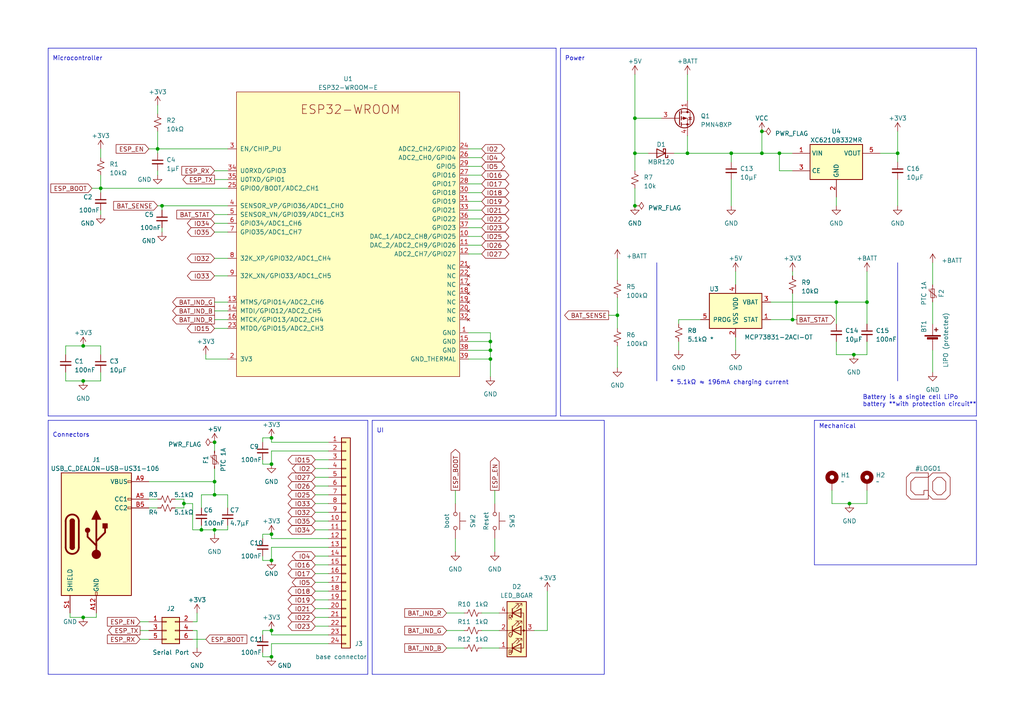
<source format=kicad_sch>
(kicad_sch (version 20220331) (generator eeschema)
  (paper "A4")
  (title_block (title "Game Over sensor") (rev "0.2") (company "Flávio Amieiro"))
  (lib_symbols
    (symbol "Battery_Management:MCP73831-2-OT" (pin_names (offset 1.016))
      (property "Reference" "U" (at -7.62 6.35 0))
      (property "Value" "MCP73831-2-OT" (at 1.27 6.35 0))
      (symbol "MCP73831-2-OT_1_1"
        (pin output line (at 10.16 -2.54 180) (length 2.54) (name "STAT") (number "1"))
        (pin power_in line (at 0 -7.62 90) (length 2.54) (name "VSS") (number "2"))
        (pin power_out line (at 10.16 2.54 180) (length 2.54) (name "VBAT") (number "3"))
        (pin power_in line (at 0 7.62 270) (length 2.54) (name "VDD") (number "4"))
        (pin input line (at -10.16 -2.54 0) (length 2.54) (name "PROG") (number "5"))
      )
    )
    (symbol "Connector_Generic:Conn_01x24" (pin_names (offset 1.016) hide)
      (property "Reference" "J" (at 0 30.48 0))
      (property "Value" "Conn_01x24" (at 0 -33.02 0))
      (symbol "Conn_01x24_1_1"
        (pin passive line (at -5.08 27.94 0) (length 3.81) (name "Pin_1") (number "1"))
        (pin passive line (at -5.08 5.08 0) (length 3.81) (name "Pin_10") (number "10"))
        (pin passive line (at -5.08 2.54 0) (length 3.81) (name "Pin_11") (number "11"))
        (pin passive line (at -5.08 0 0) (length 3.81) (name "Pin_12") (number "12"))
        (pin passive line (at -5.08 -2.54 0) (length 3.81) (name "Pin_13") (number "13"))
        (pin passive line (at -5.08 -5.08 0) (length 3.81) (name "Pin_14") (number "14"))
        (pin passive line (at -5.08 -7.62 0) (length 3.81) (name "Pin_15") (number "15"))
        (pin passive line (at -5.08 -10.16 0) (length 3.81) (name "Pin_16") (number "16"))
        (pin passive line (at -5.08 -12.7 0) (length 3.81) (name "Pin_17") (number "17"))
        (pin passive line (at -5.08 -15.24 0) (length 3.81) (name "Pin_18") (number "18"))
        (pin passive line (at -5.08 -17.78 0) (length 3.81) (name "Pin_19") (number "19"))
        (pin passive line (at -5.08 25.4 0) (length 3.81) (name "Pin_2") (number "2"))
        (pin passive line (at -5.08 -20.32 0) (length 3.81) (name "Pin_20") (number "20"))
        (pin passive line (at -5.08 -22.86 0) (length 3.81) (name "Pin_21") (number "21"))
        (pin passive line (at -5.08 -25.4 0) (length 3.81) (name "Pin_22") (number "22"))
        (pin passive line (at -5.08 -27.94 0) (length 3.81) (name "Pin_23") (number "23"))
        (pin passive line (at -5.08 -30.48 0) (length 3.81) (name "Pin_24") (number "24"))
        (pin passive line (at -5.08 22.86 0) (length 3.81) (name "Pin_3") (number "3"))
        (pin passive line (at -5.08 20.32 0) (length 3.81) (name "Pin_4") (number "4"))
        (pin passive line (at -5.08 17.78 0) (length 3.81) (name "Pin_5") (number "5"))
        (pin passive line (at -5.08 15.24 0) (length 3.81) (name "Pin_6") (number "6"))
        (pin passive line (at -5.08 12.7 0) (length 3.81) (name "Pin_7") (number "7"))
        (pin passive line (at -5.08 10.16 0) (length 3.81) (name "Pin_8") (number "8"))
        (pin passive line (at -5.08 7.62 0) (length 3.81) (name "Pin_9") (number "9"))
      )
    )
    (symbol "Connector_Generic:Conn_02x03_Odd_Even" (pin_names (offset 1.016) hide)
      (property "Reference" "J" (at 1.27 5.08 0))
      (property "Value" "Conn_02x03_Odd_Even" (at 1.27 -5.08 0))
      (symbol "Conn_02x03_Odd_Even_1_1"
        (pin passive line (at -5.08 2.54 0) (length 3.81) (name "Pin_1") (number "1"))
        (pin passive line (at 7.62 2.54 180) (length 3.81) (name "Pin_2") (number "2"))
        (pin passive line (at -5.08 0 0) (length 3.81) (name "Pin_3") (number "3"))
        (pin passive line (at 7.62 0 180) (length 3.81) (name "Pin_4") (number "4"))
        (pin passive line (at -5.08 -2.54 0) (length 3.81) (name "Pin_5") (number "5"))
        (pin passive line (at 7.62 -2.54 180) (length 3.81) (name "Pin_6") (number "6"))
      )
    )
    (symbol "Device:Battery_Cell" (pin_numbers hide) (pin_names (offset 0) hide)
      (property "Reference" "BT" (at 2.54 2.54 0))
      (property "Value" "Battery_Cell" (at 2.54 0 0))
      (symbol "Battery_Cell_1_1"
        (pin passive line (at 0 5.08 270) (length 2.54) (name "+") (number "1"))
        (pin passive line (at 0 -2.54 90) (length 2.54) (name "-") (number "2"))
      )
    )
    (symbol "Device:C_Small" (pin_numbers hide) (pin_names (offset 0.254) hide)
      (property "Reference" "C" (at 0.254 1.778 0))
      (property "Value" "C_Small" (at 0.254 -2.032 0))
      (symbol "C_Small_1_1"
        (pin passive line (at 0 2.54 270) (length 2.032) (name "~") (number "1"))
        (pin passive line (at 0 -2.54 90) (length 2.032) (name "~") (number "2"))
      )
    )
    (symbol "Device:D_Schottky" (pin_numbers hide) (pin_names (offset 1.016) hide)
      (property "Reference" "D" (at 0 2.54 0))
      (property "Value" "D_Schottky" (at 0 -2.54 0))
      (symbol "D_Schottky_1_1"
        (pin passive line (at -3.81 0 0) (length 2.54) (name "K") (number "1"))
        (pin passive line (at 3.81 0 180) (length 2.54) (name "A") (number "2"))
      )
    )
    (symbol "Device:LED_BGAR" (pin_names (offset 0) hide)
      (property "Reference" "D" (at 0 9.398 0))
      (property "Value" "LED_BGAR" (at 0 -8.89 0))
      (symbol "LED_BGAR_0_0"
        (text "B" (at -1.905 -6.35 0) (effects (font (size 1.27 1.27))))
        (text "G" (at -1.905 -1.27 0) (effects (font (size 1.27 1.27))))
        (text "R" (at -1.905 3.81 0) (effects (font (size 1.27 1.27))))
      )
      (symbol "LED_BGAR_1_1"
        (pin passive line (at -5.08 -5.08 0) (length 2.54) (name "BK") (number "1"))
        (pin passive line (at -5.08 0 0) (length 2.54) (name "GK") (number "2"))
        (pin passive line (at 5.08 0 180) (length 2.54) (name "A") (number "3"))
        (pin passive line (at -5.08 5.08 0) (length 2.54) (name "RK") (number "4"))
      )
    )
    (symbol "Device:Polyfuse_Small" (pin_numbers hide) (pin_names (offset 0))
      (property "Reference" "F" (at -1.905 0 90))
      (property "Value" "Polyfuse_Small" (at 1.905 0 90))
      (symbol "Polyfuse_Small_1_1"
        (pin passive line (at 0 2.54 270) (length 0.635) (name "~") (number "1"))
        (pin passive line (at 0 -2.54 90) (length 0.635) (name "~") (number "2"))
      )
    )
    (symbol "Device:R_Small_US" (pin_numbers hide) (pin_names (offset 0.254) hide)
      (property "Reference" "R" (at 0.762 0.508 0))
      (property "Value" "R_Small_US" (at 0.762 -1.016 0))
      (symbol "R_Small_US_1_1"
        (pin passive line (at 0 2.54 270) (length 1.016) (name "~") (number "1"))
        (pin passive line (at 0 -2.54 90) (length 1.016) (name "~") (number "2"))
      )
    )
    (symbol "Espressif:ESP32-WROOM-E" (pin_names (offset 1.016))
      (property "Reference" "U" (at 0 43.18 0))
      (property "Value" "ESP32-WROOM-E" (at 0 -41.91 0))
      (symbol "ESP32-WROOM-E_1_1"
        (text "ESP32-­WROOM­" (at 1.27 36.83 0) (effects (font (size 2.54 2.54))))
        (pin power_in line (at 35.56 -27.94 180) (length 2.54) (name "GND") (number "1"))
        (pin bidirectional line (at 35.56 0 180) (length 2.54) (name "DAC_1/ADC2_CH8/GPIO25") (number "10"))
        (pin bidirectional line (at 35.56 -2.54 180) (length 2.54) (name "DAC_2/ADC2_CH9/GPIO26") (number "11"))
        (pin bidirectional line (at 35.56 -5.08 180) (length 2.54) (name "ADC2_CH7/GPIO27") (number "12"))
        (pin bidirectional line (at -34.29 -19.05 0) (length 2.54) (name "MTMS/GPIO14/ADC2_CH6") (number "13"))
        (pin bidirectional line (at -34.29 -21.59 0) (length 2.54) (name "MTDI/GPIO12/ADC2_CH5") (number "14"))
        (pin power_in line (at 35.56 -30.48 180) (length 2.54) (name "GND") (number "15"))
        (pin bidirectional line (at -34.29 -24.13 0) (length 2.54) (name "MTCK/GPIO13/ADC2_CH4") (number "16"))
        (pin no_connect line (at 35.56 -13.97 180) (length 2.54) (name "NC") (number "17"))
        (pin no_connect line (at 35.56 -16.51 180) (length 2.54) (name "NC") (number "18"))
        (pin no_connect line (at 35.56 -19.05 180) (length 2.54) (name "NC") (number "19"))
        (pin power_in line (at -34.29 -35.56 0) (length 2.54) (name "3V3") (number "2"))
        (pin no_connect line (at 35.56 -21.59 180) (length 2.54) (name "NC") (number "20"))
        (pin no_connect line (at 35.56 -8.89 180) (length 2.54) (name "NC") (number "21"))
        (pin no_connect line (at 35.56 -11.43 180) (length 2.54) (name "NC") (number "22"))
        (pin bidirectional line (at -34.29 -26.67 0) (length 2.54) (name "MTDO/GPIO15/ADC2_CH3") (number "23"))
        (pin bidirectional line (at 35.56 25.4 180) (length 2.54) (name "ADC2_CH2/GPIO2") (number "24"))
        (pin bidirectional line (at -34.29 13.97 0) (length 2.54) (name "GPIO0/BOOT/ADC2_CH1") (number "25"))
        (pin bidirectional line (at 35.56 22.86 180) (length 2.54) (name "ADC2_CH0/GPIO4") (number "26"))
        (pin bidirectional line (at 35.56 17.78 180) (length 2.54) (name "GPIO16") (number "27"))
        (pin bidirectional line (at 35.56 15.24 180) (length 2.54) (name "GPIO17") (number "28"))
        (pin bidirectional line (at 35.56 20.32 180) (length 2.54) (name "GPIO5") (number "29"))
        (pin input line (at -34.29 25.4 0) (length 2.54) (name "EN/CHIP_PU") (number "3"))
        (pin bidirectional line (at 35.56 12.7 180) (length 2.54) (name "GPIO18") (number "30"))
        (pin bidirectional line (at 35.56 10.16 180) (length 2.54) (name "GPIO19") (number "31"))
        (pin no_connect line (at 35.56 -24.13 180) (length 2.54) (name "NC") (number "32"))
        (pin bidirectional line (at 35.56 7.62 180) (length 2.54) (name "GPIO21") (number "33"))
        (pin bidirectional line (at -34.29 19.05 0) (length 2.54) (name "U0RXD/GPIO3") (number "34"))
        (pin bidirectional line (at -34.29 16.51 0) (length 2.54) (name "U0TXD/GPIO1") (number "35"))
        (pin bidirectional line (at 35.56 5.08 180) (length 2.54) (name "GPIO22") (number "36"))
        (pin bidirectional line (at 35.56 2.54 180) (length 2.54) (name "GPIO23") (number "37"))
        (pin power_in line (at 35.56 -33.02 180) (length 2.54) (name "GND") (number "38"))
        (pin power_in line (at 35.56 -35.56 180) (length 2.54) (name "GND_THERMAL") (number "39"))
        (pin input line (at -34.29 8.89 0) (length 2.54) (name "SENSOR_VP/GPIO36/ADC1_CH0") (number "4"))
        (pin input line (at -34.29 6.35 0) (length 2.54) (name "SENSOR_VN/GPIO39/ADC1_CH3") (number "5"))
        (pin input line (at -34.29 3.81 0) (length 2.54) (name "GPIO34/ADC1_CH6") (number "6"))
        (pin input line (at -34.29 1.27 0) (length 2.54) (name "GPIO35/ADC1_CH7") (number "7"))
        (pin bidirectional line (at -34.29 -6.35 0) (length 2.54) (name "32K_XP/GPIO32/ADC1_CH4") (number "8"))
        (pin bidirectional line (at -34.29 -11.43 0) (length 2.54) (name "32K_XN/GPIO33/ADC1_CH5") (number "9"))
      )
    )
    (symbol "GameOver:GameOver_logo" (in_bom no)
      (property "Reference" "#LOGO?" (at 0 5.08 0))
    )
    (symbol "GameOver:USB_C_DEALON-USB-US31-106" (pin_names (offset 1.016))
      (property "Reference" "J" (at -1.27 21.59 0))
      (property "Value" "USB_C_DEALON-USB-US31-106" (at 15.24 19.05 0))
      (symbol "USB_C_DEALON-USB-US31-106_1_1"
        (pin passive line (at 0 -22.86 90) (length 5.08) (name "GND") (number "A12"))
        (pin bidirectional line (at 15.24 10.16 180) (length 5.08) (name "CC1") (number "A5"))
        (pin passive line (at 15.24 15.24 180) (length 5.08) (name "VBUS") (number "A9"))
        (pin passive line (at 0 -22.86 90) (length 5.08) hide (name "GND") (number "B12"))
        (pin bidirectional line (at 15.24 7.62 180) (length 5.08) (name "CC2") (number "B5"))
        (pin passive line (at 15.24 15.24 180) (length 5.08) hide (name "VBUS") (number "B9"))
        (pin passive line (at -7.62 -22.86 90) (length 5.08) (name "SHIELD") (number "S1"))
      )
    )
    (symbol "Mechanical:MountingHole_Pad" (pin_numbers hide) (pin_names (offset 1.016) hide)
      (property "Reference" "H" (at 0 6.35 0))
      (property "Value" "MountingHole_Pad" (at 0 4.445 0))
      (symbol "MountingHole_Pad_1_1"
        (pin input line (at 0 -2.54 90) (length 2.54) (name "1") (number "1"))
      )
    )
    (symbol "Regulator_Linear:XC6210B332MR"
      (property "Reference" "U" (at 0 8.89 0))
      (property "Value" "XC6210B332MR" (at 0 6.35 0))
      (symbol "XC6210B332MR_1_1"
        (pin power_in line (at -12.7 2.54 0) (length 5.08) (name "VIN") (number "1"))
        (pin power_in line (at 0 -10.16 90) (length 5.08) (name "GND") (number "2"))
        (pin input line (at -12.7 -2.54 0) (length 5.08) (name "CE") (number "3"))
        (pin no_connect line (at 12.7 -2.54 180) (length 5.08) hide (name "NC") (number "4"))
        (pin power_out line (at 12.7 2.54 180) (length 5.08) (name "VOUT") (number "5"))
      )
    )
    (symbol "Switch:SW_Push" (pin_numbers hide) (pin_names (offset 1.016) hide)
      (property "Reference" "SW" (at 1.27 2.54 0))
      (property "Value" "SW_Push" (at 0 -1.524 0))
      (symbol "SW_Push_0_1"
        (pin passive line (at -5.08 0 0) (length 2.54) (name "1") (number "1"))
        (pin passive line (at 5.08 0 180) (length 2.54) (name "2") (number "2"))
      )
    )
    (symbol "Transistor_FET:PMN48XP" (pin_names hide)
      (property "Reference" "Q" (at 5.08 2.54 0))
      (property "Value" "PMN48XP" (at 5.08 0 0))
      (symbol "PMN48XP_1_1"
        (pin passive line (at 2.54 5.08 270) (length 2.54) (name "D") (number "1"))
        (pin passive line (at 2.54 5.08 270) (length 2.54) hide (name "D") (number "2"))
        (pin passive line (at -5.08 0 0) (length 2.54) (name "G") (number "3"))
        (pin passive line (at 2.54 -5.08 90) (length 2.54) (name "S") (number "4"))
        (pin passive line (at 2.54 5.08 270) (length 2.54) hide (name "D") (number "5"))
        (pin passive line (at 2.54 5.08 270) (length 2.54) hide (name "D") (number "6"))
      )
    )
    (symbol "power:+3.3V" (power) (pin_names (offset 0))
      (property "Value" "+3.3V" (at 0 3.556 0))
      (symbol "+3.3V_1_1"
        (pin power_in line (at 0 0 90) (length 0) hide (name "+3V3") (number "1"))
      )
    )
    (symbol "power:+5V" (power) (pin_names (offset 0))
      (property "Value" "+5V" (at 0 3.556 0))
      (symbol "+5V_1_1"
        (pin power_in line (at 0 0 90) (length 0) hide (name "+5V") (number "1"))
      )
    )
    (symbol "power:+BATT" (power) (pin_names (offset 0))
      (property "Value" "+BATT" (at 0 3.556 0))
      (symbol "+BATT_1_1"
        (pin power_in line (at 0 0 90) (length 0) hide (name "+BATT") (number "1"))
      )
    )
    (symbol "power:GND" (power) (pin_names (offset 0))
      (property "Value" "GND" (at 0 -3.81 0))
      (symbol "GND_1_1"
        (pin power_in line (at 0 0 270) (length 0) hide (name "GND") (number "1"))
      )
    )
    (symbol "power:PWR_FLAG" (power) (pin_numbers hide) (pin_names (offset 0) hide)
      (property "Value" "PWR_FLAG" (at 0 3.81 0))
      (symbol "PWR_FLAG_0_0"
        (pin power_out line (at 0 0 90) (length 0) (name "pwr") (number "1"))
      )
    )
    (symbol "power:VCC" (power) (pin_names (offset 0))
      (property "Value" "VCC" (at 0 3.81 0))
      (symbol "VCC_1_1"
        (pin power_in line (at 0 0 90) (length 0) hide (name "VCC") (number "1"))
      )
    )
  )
  (junction (at 142.24 99.06))
  (junction (at 62.23 153.67))
  (junction (at 184.15 59.69))
  (junction (at 24.13 100.33))
  (junction (at 78.74 134.62))
  (junction (at 24.13 179.07))
  (junction (at 78.74 127))
  (junction (at 220.98 38.1))
  (junction (at 184.15 34.29))
  (junction (at 199.39 44.45))
  (junction (at 24.13 110.49))
  (junction (at 142.24 101.6))
  (junction (at 53.34 146.05))
  (junction (at 260.35 44.45))
  (junction (at 229.87 92.71))
  (junction (at 212.09 44.45))
  (junction (at 62.23 128.27))
  (junction (at 246.38 146.05))
  (junction (at 142.24 104.14))
  (junction (at 184.15 44.45))
  (junction (at 62.23 143.51))
  (junction (at 45.72 43.18))
  (junction (at 242.57 87.63))
  (junction (at 78.74 190.5))
  (junction (at 78.74 162.56))
  (junction (at 247.65 102.87))
  (junction (at 78.74 154.94))
  (junction (at 78.74 182.88))
  (junction (at 46.99 59.69))
  (junction (at 251.46 87.63))
  (junction (at 220.98 44.45))
  (junction (at 58.42 153.67))
  (junction (at 226.06 44.45))
  (junction (at 179.07 91.44))
  (junction (at 62.23 139.7))
  (junction (at 29.21 54.61))
  (wire (pts (xy 26.67 54.61) (xy 29.21 54.61)))
  (wire (pts (xy 50.8 144.78) (xy 53.34 144.78)))
  (polyline (pts (xy 283.21 120.65) (xy 162.56 120.65)))
  (wire (pts (xy 76.2 154.94) (xy 78.74 154.94)))
  (wire (pts (xy 62.23 153.67) (xy 62.23 154.94)))
  (wire (pts (xy 212.09 44.45) (xy 212.09 46.99)))
  (wire (pts (xy 260.35 38.1) (xy 260.35 44.45)))
  (wire (pts (xy 45.72 43.18) (xy 45.72 44.45)))
  (wire (pts (xy 135.89 45.72) (xy 139.7 45.72)))
  (wire (pts (xy 40.64 180.34) (xy 43.18 180.34)))
  (wire (pts (xy 62.23 74.93) (xy 66.04 74.93)))
  (wire (pts (xy 226.06 49.53) (xy 229.87 49.53)))
  (wire (pts (xy 95.25 184.15) (xy 78.74 184.15)))
  (wire (pts (xy 78.74 158.75) (xy 95.25 158.75)))
  (wire (pts (xy 154.94 182.88) (xy 158.75 182.88)))
  (wire (pts (xy 135.89 55.88) (xy 139.7 55.88)))
  (wire (pts (xy 179.07 74.93) (xy 179.07 81.28)))
  (wire (pts (xy 91.44 181.61) (xy 95.25 181.61)))
  (wire (pts (xy 242.57 99.06) (xy 242.57 102.87)))
  (polyline (pts (xy 107.95 121.92) (xy 175.26 121.92)))
  (wire (pts (xy 129.54 182.88) (xy 134.62 182.88)))
  (wire (pts (xy 62.23 139.7) (xy 62.23 143.51)))
  (wire (pts (xy 62.23 143.51) (xy 66.04 143.51)))
  (wire (pts (xy 66.04 143.51) (xy 66.04 147.32)))
  (wire (pts (xy 58.42 152.4) (xy 58.42 153.67)))
  (polyline (pts (xy 13.97 13.97) (xy 13.97 120.65)))
  (wire (pts (xy 78.74 130.81) (xy 78.74 134.62)))
  (polyline (pts (xy 162.56 13.97) (xy 283.21 13.97)))
  (wire (pts (xy 62.23 80.01) (xy 66.04 80.01)))
  (wire (pts (xy 220.98 44.45) (xy 220.98 38.1)))
  (wire (pts (xy 76.2 134.62) (xy 78.74 134.62)))
  (wire (pts (xy 43.18 139.7) (xy 62.23 139.7)))
  (wire (pts (xy 135.89 73.66) (xy 139.7 73.66)))
  (wire (pts (xy 135.89 50.8) (xy 139.7 50.8)))
  (wire (pts (xy 78.74 127) (xy 78.74 128.27)))
  (wire (pts (xy 50.8 147.32) (xy 53.34 147.32)))
  (wire (pts (xy 62.23 153.67) (xy 66.04 153.67)))
  (wire (pts (xy 62.23 95.25) (xy 66.04 95.25)))
  (wire (pts (xy 179.07 91.44) (xy 179.07 95.25)))
  (wire (pts (xy 29.21 43.18) (xy 29.21 45.72)))
  (wire (pts (xy 184.15 34.29) (xy 184.15 44.45)))
  (wire (pts (xy 46.99 59.69) (xy 46.99 60.96)))
  (wire (pts (xy 53.34 144.78) (xy 53.34 146.05)))
  (polyline (pts (xy 13.97 121.92) (xy 106.68 121.92)))
  (wire (pts (xy 135.89 71.12) (xy 139.7 71.12)))
  (wire (pts (xy 251.46 146.05) (xy 251.46 142.24)))
  (wire (pts (xy 76.2 190.5) (xy 78.74 190.5)))
  (wire (pts (xy 91.44 138.43) (xy 95.25 138.43)))
  (wire (pts (xy 78.74 154.94) (xy 78.74 156.21)))
  (wire (pts (xy 91.44 176.53) (xy 95.25 176.53)))
  (wire (pts (xy 226.06 44.45) (xy 226.06 49.53)))
  (wire (pts (xy 135.89 60.96) (xy 139.7 60.96)))
  (wire (pts (xy 91.44 151.13) (xy 95.25 151.13)))
  (wire (pts (xy 62.23 135.89) (xy 62.23 139.7)))
  (wire (pts (xy 135.89 66.04) (xy 139.7 66.04)))
  (polyline (pts (xy 13.97 13.97) (xy 161.29 13.97)))
  (wire (pts (xy 132.08 156.21) (xy 132.08 160.02)))
  (polyline (pts (xy 260.35 76.2) (xy 260.35 110.49)))
  (wire (pts (xy 135.89 96.52) (xy 142.24 96.52)))
  (wire (pts (xy 76.2 182.88) (xy 76.2 184.15)))
  (wire (pts (xy 62.23 90.17) (xy 66.04 90.17)))
  (polyline (pts (xy 161.29 120.65) (xy 13.97 120.65)))
  (wire (pts (xy 45.72 38.1) (xy 45.72 43.18)))
  (polyline (pts (xy 161.29 13.97) (xy 161.29 120.65)))
  (wire (pts (xy 135.89 101.6) (xy 142.24 101.6)))
  (wire (pts (xy 242.57 57.15) (xy 242.57 59.69)))
  (wire (pts (xy 226.06 44.45) (xy 229.87 44.45)))
  (wire (pts (xy 91.44 153.67) (xy 95.25 153.67)))
  (wire (pts (xy 59.69 104.14) (xy 66.04 104.14)))
  (wire (pts (xy 91.44 135.89) (xy 95.25 135.89)))
  (polyline (pts (xy 190.5 76.2) (xy 190.5 110.49)))
  (wire (pts (xy 143.51 156.21) (xy 143.51 160.02)))
  (wire (pts (xy 91.44 179.07) (xy 95.25 179.07)))
  (wire (pts (xy 135.89 63.5) (xy 139.7 63.5)))
  (wire (pts (xy 62.23 52.07) (xy 66.04 52.07)))
  (wire (pts (xy 270.51 101.6) (xy 270.51 107.95)))
  (wire (pts (xy 91.44 166.37) (xy 95.25 166.37)))
  (wire (pts (xy 53.34 146.05) (xy 53.34 147.32)))
  (wire (pts (xy 184.15 21.59) (xy 184.15 34.29)))
  (wire (pts (xy 76.2 154.94) (xy 76.2 156.21)))
  (wire (pts (xy 213.36 78.74) (xy 213.36 82.55)))
  (wire (pts (xy 29.21 107.95) (xy 29.21 110.49)))
  (wire (pts (xy 132.08 142.24) (xy 132.08 146.05)))
  (wire (pts (xy 46.99 66.04) (xy 46.99 67.31)))
  (wire (pts (xy 135.89 104.14) (xy 142.24 104.14)))
  (wire (pts (xy 142.24 104.14) (xy 142.24 109.22)))
  (wire (pts (xy 223.52 87.63) (xy 242.57 87.63)))
  (polyline (pts (xy 283.21 13.97) (xy 283.21 120.65)))
  (wire (pts (xy 78.74 186.69) (xy 95.25 186.69)))
  (wire (pts (xy 78.74 158.75) (xy 78.74 162.56)))
  (wire (pts (xy 229.87 92.71) (xy 231.14 92.71)))
  (wire (pts (xy 19.05 100.33) (xy 24.13 100.33)))
  (wire (pts (xy 62.23 64.77) (xy 66.04 64.77)))
  (wire (pts (xy 55.88 182.88) (xy 57.15 182.88)))
  (wire (pts (xy 62.23 67.31) (xy 66.04 67.31)))
  (wire (pts (xy 57.15 182.88) (xy 57.15 187.96)))
  (wire (pts (xy 135.89 53.34) (xy 139.7 53.34)))
  (wire (pts (xy 242.57 87.63) (xy 242.57 93.98)))
  (wire (pts (xy 19.05 110.49) (xy 24.13 110.49)))
  (wire (pts (xy 158.75 182.88) (xy 158.75 171.45)))
  (wire (pts (xy 91.44 163.83) (xy 95.25 163.83)))
  (wire (pts (xy 58.42 143.51) (xy 58.42 147.32)))
  (wire (pts (xy 55.88 185.42) (xy 59.69 185.42)))
  (wire (pts (xy 27.94 179.07) (xy 27.94 177.8)))
  (polyline (pts (xy 236.22 121.92) (xy 283.21 121.92)))
  (wire (pts (xy 199.39 39.37) (xy 199.39 44.45)))
  (wire (pts (xy 20.32 179.07) (xy 24.13 179.07)))
  (wire (pts (xy 199.39 44.45) (xy 212.09 44.45)))
  (wire (pts (xy 129.54 177.8) (xy 134.62 177.8)))
  (wire (pts (xy 135.89 43.18) (xy 139.7 43.18)))
  (wire (pts (xy 91.44 146.05) (xy 95.25 146.05)))
  (wire (pts (xy 139.7 182.88) (xy 144.78 182.88)))
  (wire (pts (xy 46.99 59.69) (xy 66.04 59.69)))
  (wire (pts (xy 196.85 99.06) (xy 196.85 101.6)))
  (polyline (pts (xy 106.68 195.58) (xy 13.97 195.58)))
  (wire (pts (xy 91.44 148.59) (xy 95.25 148.59)))
  (polyline (pts (xy 162.56 13.97) (xy 162.56 120.65)))
  (wire (pts (xy 29.21 50.8) (xy 29.21 54.61)))
  (wire (pts (xy 91.44 171.45) (xy 95.25 171.45)))
  (wire (pts (xy 229.87 85.09) (xy 229.87 92.71)))
  (wire (pts (xy 241.3 146.05) (xy 246.38 146.05)))
  (wire (pts (xy 76.2 162.56) (xy 78.74 162.56)))
  (polyline (pts (xy 283.21 163.83) (xy 236.22 163.83)))
  (wire (pts (xy 78.74 128.27) (xy 95.25 128.27)))
  (wire (pts (xy 78.74 182.88) (xy 78.74 184.15)))
  (wire (pts (xy 260.35 52.07) (xy 260.35 59.69)))
  (polyline (pts (xy 13.97 121.92) (xy 13.97 195.58)))
  (wire (pts (xy 195.58 44.45) (xy 199.39 44.45)))
  (wire (pts (xy 43.18 147.32) (xy 45.72 147.32)))
  (wire (pts (xy 176.53 91.44) (xy 179.07 91.44)))
  (wire (pts (xy 139.7 187.96) (xy 144.78 187.96)))
  (wire (pts (xy 58.42 153.67) (xy 62.23 153.67)))
  (wire (pts (xy 62.23 92.71) (xy 66.04 92.71)))
  (wire (pts (xy 62.23 49.53) (xy 66.04 49.53)))
  (wire (pts (xy 142.24 96.52) (xy 142.24 99.06)))
  (wire (pts (xy 76.2 189.23) (xy 76.2 190.5)))
  (wire (pts (xy 45.72 30.48) (xy 45.72 33.02)))
  (wire (pts (xy 184.15 54.61) (xy 184.15 59.69)))
  (wire (pts (xy 78.74 156.21) (xy 95.25 156.21)))
  (wire (pts (xy 129.54 187.96) (xy 134.62 187.96)))
  (wire (pts (xy 247.65 102.87) (xy 251.46 102.87)))
  (wire (pts (xy 184.15 34.29) (xy 191.77 34.29)))
  (wire (pts (xy 143.51 142.24) (xy 143.51 146.05)))
  (wire (pts (xy 179.07 100.33) (xy 179.07 106.68)))
  (wire (pts (xy 29.21 60.96) (xy 29.21 62.23)))
  (wire (pts (xy 251.46 87.63) (xy 251.46 93.98)))
  (wire (pts (xy 24.13 100.33) (xy 29.21 100.33)))
  (wire (pts (xy 43.18 144.78) (xy 45.72 144.78)))
  (wire (pts (xy 229.87 78.74) (xy 229.87 80.01)))
  (wire (pts (xy 91.44 143.51) (xy 95.25 143.51)))
  (wire (pts (xy 135.89 68.58) (xy 139.7 68.58)))
  (wire (pts (xy 251.46 78.74) (xy 251.46 87.63)))
  (wire (pts (xy 29.21 54.61) (xy 66.04 54.61)))
  (wire (pts (xy 212.09 52.07) (xy 212.09 59.69)))
  (wire (pts (xy 62.23 128.27) (xy 62.23 130.81)))
  (wire (pts (xy 135.89 99.06) (xy 142.24 99.06)))
  (wire (pts (xy 59.69 102.87) (xy 59.69 104.14)))
  (wire (pts (xy 91.44 168.91) (xy 95.25 168.91)))
  (wire (pts (xy 53.34 146.05) (xy 55.88 146.05)))
  (wire (pts (xy 19.05 107.95) (xy 19.05 110.49)))
  (wire (pts (xy 135.89 48.26) (xy 139.7 48.26)))
  (wire (pts (xy 246.38 146.05) (xy 251.46 146.05)))
  (wire (pts (xy 241.3 142.24) (xy 241.3 146.05)))
  (polyline (pts (xy 236.22 121.92) (xy 236.22 163.83)))
  (wire (pts (xy 29.21 54.61) (xy 29.21 55.88)))
  (wire (pts (xy 62.23 143.51) (xy 58.42 143.51)))
  (wire (pts (xy 223.52 92.71) (xy 229.87 92.71)))
  (wire (pts (xy 40.64 185.42) (xy 43.18 185.42)))
  (wire (pts (xy 45.72 59.69) (xy 46.99 59.69)))
  (wire (pts (xy 91.44 133.35) (xy 95.25 133.35)))
  (wire (pts (xy 213.36 97.79) (xy 213.36 101.6)))
  (polyline (pts (xy 106.68 121.92) (xy 106.68 195.58)))
  (wire (pts (xy 20.32 177.8) (xy 20.32 179.07)))
  (wire (pts (xy 260.35 44.45) (xy 260.35 46.99)))
  (wire (pts (xy 29.21 100.33) (xy 29.21 102.87)))
  (wire (pts (xy 24.13 179.07) (xy 27.94 179.07)))
  (wire (pts (xy 76.2 161.29) (xy 76.2 162.56)))
  (wire (pts (xy 242.57 87.63) (xy 251.46 87.63)))
  (wire (pts (xy 212.09 44.45) (xy 220.98 44.45)))
  (wire (pts (xy 19.05 102.87) (xy 19.05 100.33)))
  (wire (pts (xy 66.04 153.67) (xy 66.04 152.4)))
  (wire (pts (xy 139.7 177.8) (xy 144.78 177.8)))
  (wire (pts (xy 40.64 182.88) (xy 43.18 182.88)))
  (wire (pts (xy 91.44 173.99) (xy 95.25 173.99)))
  (wire (pts (xy 62.23 62.23) (xy 66.04 62.23)))
  (polyline (pts (xy 107.95 121.92) (xy 107.95 195.58)))
  (wire (pts (xy 76.2 133.35) (xy 76.2 134.62)))
  (wire (pts (xy 76.2 127) (xy 78.74 127)))
  (wire (pts (xy 142.24 99.06) (xy 142.24 101.6)))
  (wire (pts (xy 45.72 43.18) (xy 66.04 43.18)))
  (wire (pts (xy 251.46 102.87) (xy 251.46 99.06)))
  (wire (pts (xy 179.07 86.36) (xy 179.07 91.44)))
  (wire (pts (xy 184.15 44.45) (xy 187.96 44.45)))
  (wire (pts (xy 142.24 101.6) (xy 142.24 104.14)))
  (wire (pts (xy 220.98 44.45) (xy 226.06 44.45)))
  (wire (pts (xy 78.74 186.69) (xy 78.74 190.5)))
  (polyline (pts (xy 175.26 121.92) (xy 175.26 195.58)))
  (wire (pts (xy 91.44 140.97) (xy 95.25 140.97)))
  (wire (pts (xy 270.51 76.2) (xy 270.51 82.55)))
  (wire (pts (xy 270.51 87.63) (xy 270.51 93.98)))
  (wire (pts (xy 78.74 130.81) (xy 95.25 130.81)))
  (wire (pts (xy 196.85 92.71) (xy 203.2 92.71)))
  (polyline (pts (xy 107.95 195.58) (xy 175.26 195.58)))
  (wire (pts (xy 29.21 110.49) (xy 24.13 110.49)))
  (wire (pts (xy 242.57 102.87) (xy 247.65 102.87)))
  (wire (pts (xy 196.85 93.98) (xy 196.85 92.71)))
  (wire (pts (xy 43.18 43.18) (xy 45.72 43.18)))
  (wire (pts (xy 57.15 180.34) (xy 55.88 180.34)))
  (wire (pts (xy 76.2 127) (xy 76.2 128.27)))
  (wire (pts (xy 57.15 177.8) (xy 57.15 180.34)))
  (wire (pts (xy 76.2 182.88) (xy 78.74 182.88)))
  (wire (pts (xy 184.15 44.45) (xy 184.15 49.53)))
  (wire (pts (xy 135.89 58.42) (xy 139.7 58.42)))
  (wire (pts (xy 62.23 87.63) (xy 66.04 87.63)))
  (wire (pts (xy 55.88 153.67) (xy 58.42 153.67)))
  (wire (pts (xy 91.44 161.29) (xy 95.25 161.29)))
  (wire (pts (xy 45.72 49.53) (xy 45.72 50.8)))
  (polyline (pts (xy 283.21 121.92) (xy 283.21 163.83)))
  (wire (pts (xy 55.88 146.05) (xy 55.88 153.67)))
  (wire (pts (xy 255.27 44.45) (xy 260.35 44.45)))
  (wire (pts (xy 199.39 21.59) (xy 199.39 29.21)))
  (text "Microcontroller" (at 15.24 17.78 0) (effects (font (size 1.27 1.27)) (justify left bottom)))
  (text "Connectors" (at 15.24 127 0) (effects (font (size 1.27 1.27)) (justify left bottom)))
  (text "Battery is a single cell LiPo\nbattery **with protection circuit**" (at 250.19 118.11 0) (effects (font (size 1.27 1.27)) (justify left bottom)))
  (text "Power" (at 163.83 17.78 0) (effects (font (size 1.27 1.27)) (justify left bottom)))
  (text "* 5.1kΩ ≈ 196mA charging current" (at 194.31 111.76 0) (effects (font (size 1.27 1.27)) (justify left bottom)))
  (text "UI" (at 109.22 125.73 0) (effects (font (size 1.27 1.27)) (justify left bottom)))
  (text "Mechanical" (at 237.49 124.46 0) (effects (font (size 1.27 1.27)) (justify left bottom)))
  (global_label "IO5" (shape bidirectional) (at 91.44 168.91 180) (property "Intersheetrefs" "${INTERSHEET_REFS}" (effects hide)))
  (global_label "ESP_TX" (shape output) (at 62.23 52.07 180) (property "Intersheetrefs" "${INTERSHEET_REFS}" (effects hide)))
  (global_label "IO19" (shape bidirectional) (at 91.44 173.99 180) (property "Intersheetrefs" "${INTERSHEET_REFS}" (effects hide)))
  (global_label "IO32" (shape bidirectional) (at 91.44 148.59 180) (property "Intersheetrefs" "${INTERSHEET_REFS}" (effects hide)))
  (global_label "IO34" (shape bidirectional) (at 91.44 153.67 180) (property "Intersheetrefs" "${INTERSHEET_REFS}" (effects hide)))
  (global_label "IO32" (shape bidirectional) (at 62.23 74.93 180) (property "Intersheetrefs" "${INTERSHEET_REFS}" (effects hide)))
  (global_label "ESP_BOOT" (shape input) (at 26.67 54.61 180) (property "Intersheetrefs" "${INTERSHEET_REFS}" (effects hide)))
  (global_label "IO21" (shape bidirectional) (at 91.44 176.53 180) (property "Intersheetrefs" "${INTERSHEET_REFS}" (effects hide)))
  (global_label "IO21" (shape bidirectional) (at 139.7 60.96 0) (property "Intersheetrefs" "${INTERSHEET_REFS}" (effects hide)))
  (global_label "IO35" (shape bidirectional) (at 62.23 67.31 180) (property "Intersheetrefs" "${INTERSHEET_REFS}" (effects hide)))
  (global_label "BAT_STAT" (shape input) (at 62.23 62.23 180) (property "Intersheetrefs" "${INTERSHEET_REFS}" (effects hide)))
  (global_label "ESP_EN" (shape input) (at 43.18 43.18 180) (property "Intersheetrefs" "${INTERSHEET_REFS}" (effects hide)))
  (global_label "IO27" (shape bidirectional) (at 91.44 138.43 180) (property "Intersheetrefs" "${INTERSHEET_REFS}" (effects hide)))
  (global_label "BAT_SENSE" (shape input) (at 45.72 59.69 180) (property "Intersheetrefs" "${INTERSHEET_REFS}" (effects hide)))
  (global_label "IO22" (shape bidirectional) (at 139.7 63.5 0) (property "Intersheetrefs" "${INTERSHEET_REFS}" (effects hide)))
  (global_label "IO33" (shape bidirectional) (at 91.44 146.05 180) (property "Intersheetrefs" "${INTERSHEET_REFS}" (effects hide)))
  (global_label "ESP_TX" (shape output) (at 40.64 182.88 180) (property "Intersheetrefs" "${INTERSHEET_REFS}" (effects hide)))
  (global_label "IO18" (shape bidirectional) (at 91.44 171.45 180) (property "Intersheetrefs" "${INTERSHEET_REFS}" (effects hide)))
  (global_label "IO25" (shape bidirectional) (at 91.44 143.51 180) (property "Intersheetrefs" "${INTERSHEET_REFS}" (effects hide)))
  (global_label "IO2" (shape bidirectional) (at 139.7 43.18 0) (property "Intersheetrefs" "${INTERSHEET_REFS}" (effects hide)))
  (global_label "IO2" (shape bidirectional) (at 91.44 135.89 180) (property "Intersheetrefs" "${INTERSHEET_REFS}" (effects hide)))
  (global_label "IO16" (shape bidirectional) (at 139.7 50.8 0) (property "Intersheetrefs" "${INTERSHEET_REFS}" (effects hide)))
  (global_label "IO23" (shape bidirectional) (at 91.44 181.61 180) (property "Intersheetrefs" "${INTERSHEET_REFS}" (effects hide)))
  (global_label "BAT_SENSE" (shape output) (at 176.53 91.44 180) (property "Intersheetrefs" "${INTERSHEET_REFS}" (effects hide)))
  (global_label "IO26" (shape bidirectional) (at 139.7 71.12 0) (property "Intersheetrefs" "${INTERSHEET_REFS}" (effects hide)))
  (global_label "IO26" (shape bidirectional) (at 91.44 140.97 180) (property "Intersheetrefs" "${INTERSHEET_REFS}" (effects hide)))
  (global_label "IO27" (shape bidirectional) (at 139.7 73.66 0) (property "Intersheetrefs" "${INTERSHEET_REFS}" (effects hide)))
  (global_label "IO4" (shape bidirectional) (at 139.7 45.72 0) (property "Intersheetrefs" "${INTERSHEET_REFS}" (effects hide)))
  (global_label "ESP_EN" (shape input) (at 40.64 180.34 180) (property "Intersheetrefs" "${INTERSHEET_REFS}" (effects hide)))
  (global_label "ESP_BOOT" (shape output) (at 132.08 142.24 90) (property "Intersheetrefs" "${INTERSHEET_REFS}" (effects hide)))
  (global_label "BAT_IND_R" (shape input) (at 129.54 177.8 180) (property "Intersheetrefs" "${INTERSHEET_REFS}" (effects hide)))
  (global_label "IO15" (shape bidirectional) (at 91.44 133.35 180) (property "Intersheetrefs" "${INTERSHEET_REFS}" (effects hide)))
  (global_label "IO16" (shape bidirectional) (at 91.44 163.83 180) (property "Intersheetrefs" "${INTERSHEET_REFS}" (effects hide)))
  (global_label "IO5" (shape bidirectional) (at 139.7 48.26 0) (property "Intersheetrefs" "${INTERSHEET_REFS}" (effects hide)))
  (global_label "IO15" (shape bidirectional) (at 62.23 95.25 180) (property "Intersheetrefs" "${INTERSHEET_REFS}" (effects hide)))
  (global_label "BAT_IND_R" (shape output) (at 62.23 92.71 180) (property "Intersheetrefs" "${INTERSHEET_REFS}" (effects hide)))
  (global_label "IO4" (shape bidirectional) (at 91.44 161.29 180) (property "Intersheetrefs" "${INTERSHEET_REFS}" (effects hide)))
  (global_label "BAT_STAT" (shape output) (at 231.14 92.71 0) (property "Intersheetrefs" "${INTERSHEET_REFS}" (effects hide)))
  (global_label "BAT_IND_B" (shape input) (at 129.54 187.96 180) (property "Intersheetrefs" "${INTERSHEET_REFS}" (effects hide)))
  (global_label "IO18" (shape bidirectional) (at 139.7 55.88 0) (property "Intersheetrefs" "${INTERSHEET_REFS}" (effects hide)))
  (global_label "ESP_EN" (shape output) (at 143.51 142.24 90) (property "Intersheetrefs" "${INTERSHEET_REFS}" (effects hide)))
  (global_label "IO22" (shape bidirectional) (at 91.44 179.07 180) (property "Intersheetrefs" "${INTERSHEET_REFS}" (effects hide)))
  (global_label "ESP_RX" (shape input) (at 62.23 49.53 180) (property "Intersheetrefs" "${INTERSHEET_REFS}" (effects hide)))
  (global_label "ESP_RX" (shape input) (at 40.64 185.42 180) (property "Intersheetrefs" "${INTERSHEET_REFS}" (effects hide)))
  (global_label "BAT_IND_G" (shape input) (at 129.54 182.88 180) (property "Intersheetrefs" "${INTERSHEET_REFS}" (effects hide)))
  (global_label "IO23" (shape bidirectional) (at 139.7 66.04 0) (property "Intersheetrefs" "${INTERSHEET_REFS}" (effects hide)))
  (global_label "BAT_IND_G" (shape output) (at 62.23 87.63 180) (property "Intersheetrefs" "${INTERSHEET_REFS}" (effects hide)))
  (global_label "IO17" (shape bidirectional) (at 91.44 166.37 180) (property "Intersheetrefs" "${INTERSHEET_REFS}" (effects hide)))
  (global_label "IO34" (shape bidirectional) (at 62.23 64.77 180) (property "Intersheetrefs" "${INTERSHEET_REFS}" (effects hide)))
  (global_label "ESP_BOOT" (shape input) (at 59.69 185.42 0) (property "Intersheetrefs" "${INTERSHEET_REFS}" (effects hide)))
  (global_label "BAT_IND_B" (shape output) (at 62.23 90.17 180) (property "Intersheetrefs" "${INTERSHEET_REFS}" (effects hide)))
  (global_label "IO33" (shape bidirectional) (at 62.23 80.01 180) (property "Intersheetrefs" "${INTERSHEET_REFS}" (effects hide)))
  (global_label "IO35" (shape bidirectional) (at 91.44 151.13 180) (property "Intersheetrefs" "${INTERSHEET_REFS}" (effects hide)))
  (global_label "IO25" (shape bidirectional) (at 139.7 68.58 0) (property "Intersheetrefs" "${INTERSHEET_REFS}" (effects hide)))
  (global_label "IO19" (shape bidirectional) (at 139.7 58.42 0) (property "Intersheetrefs" "${INTERSHEET_REFS}" (effects hide)))
  (global_label "IO17" (shape bidirectional) (at 139.7 53.34 0) (property "Intersheetrefs" "${INTERSHEET_REFS}" (effects hide)))
  (symbol (lib_id "Device:C_Small") (at 76.2 158.75 0) (unit 1)
    (property "Reference" "C10" (at 72.39 157.48 0) (effects (justify left)))
    (property "Value" "100nF" (at 69.85 161.29 0) (effects (justify left)))
    (property "Footprint" "Capacitor_SMD:C_0805_2012Metric_Pad1.18x1.45mm_HandSolder" (effects hide))
  )
  (symbol (lib_id "power:GND") (at 270.51 107.95 0) (unit 1)
    (property "Reference" "#PWR050" (effects hide))
    (property "Value" "GND" (at 270.51 113.03 0))
  )
  (symbol (lib_id "Device:R_Small_US") (at 137.16 187.96 90) (unit 1)
    (property "Reference" "R12" (at 134.62 185.42 90))
    (property "Value" "1kΩ" (at 139.7 185.42 90))
    (property "Footprint" "Resistor_SMD:R_0805_2012Metric_Pad1.20x1.40mm_HandSolder" (effects hide))
  )
  (symbol (lib_id "Switch:SW_Push") (at 143.51 151.13 270) (unit 1)
    (property "Reference" "SW3" (at 148.59 151.13 0))
    (property "Value" "Reset" (at 140.97 151.13 0))
    (property "Footprint" "GameOver:SW_Tactile_SPST_SOFNG_TS-1814" (effects hide))
  )
  (symbol (lib_id "Device:R_Small_US") (at 196.85 96.52 0) (unit 1)
    (property "Reference" "R8" (at 199.39 95.885 0) (effects (justify left)))
    (property "Value" "5.1kΩ *" (at 199.39 98.425 0) (effects (justify left)))
    (property "Footprint" "Resistor_SMD:R_0805_2012Metric_Pad1.20x1.40mm_HandSolder" (effects hide))
  )
  (symbol (lib_id "power:+3.3V") (at 45.72 30.48 0) (unit 1)
    (property "Reference" "#PWR06" (effects hide))
    (property "Value" "+3.3V" (at 45.72 26.67 0))
  )
  (symbol (lib_id "Device:R_Small_US") (at 45.72 35.56 0) (unit 1)
    (property "Reference" "R2" (at 48.26 34.925 0) (effects (justify left)))
    (property "Value" "10kΩ" (at 48.26 37.465 0) (effects (justify left)))
    (property "Footprint" "Resistor_SMD:R_0805_2012Metric_Pad1.20x1.40mm_HandSolder" (effects hide))
  )
  (symbol (lib_id "Device:C_Small") (at 66.04 149.86 0) (unit 1)
    (property "Reference" "C7" (at 66.675 147.955 0) (effects (justify left)))
    (property "Value" "4.7µF" (at 66.675 151.765 0) (effects (justify left)))
    (property "Footprint" "Capacitor_SMD:C_0805_2012Metric_Pad1.18x1.45mm_HandSolder" (effects hide))
  )
  (symbol (lib_id "power:GND") (at 24.13 179.07 0) (unit 1)
    (property "Reference" "#PWR03" (effects hide))
    (property "Value" "GND" (at 20.32 180.34 0))
  )
  (symbol (lib_id "power:+5V") (at 213.36 78.74 0) (unit 1)
    (property "Reference" "#PWR039" (effects hide))
    (property "Value" "+5V" (at 213.36 74.93 0))
  )
  (symbol (lib_id "Device:C_Small") (at 260.35 49.53 0) (unit 1)
    (property "Reference" "C16" (at 262.89 48.9013 0) (effects (justify left)))
    (property "Value" "10µF" (at 262.89 51.4413 0) (effects (justify left)))
    (property "Footprint" "Capacitor_SMD:C_0805_2012Metric_Pad1.18x1.45mm_HandSolder" (effects hide))
  )
  (symbol (lib_id "Device:Polyfuse_Small") (at 270.51 85.09 180) (unit 1)
    (property "Reference" "F2" (at 273.05 85.09 90))
    (property "Value" "PTC 1A" (at 267.97 85.09 90))
    (property "Footprint" "GameOver:Belfuse_0ZCJ" (effects hide))
  )
  (symbol (lib_id "Device:C_Small") (at 45.72 46.99 0) (unit 1)
    (property "Reference" "C4" (at 48.26 46.3613 0) (effects (justify left)))
    (property "Value" "1µF" (at 48.26 48.9013 0) (effects (justify left)))
    (property "Footprint" "Capacitor_SMD:C_0805_2012Metric_Pad1.18x1.45mm_HandSolder" (effects hide))
  )
  (symbol (lib_id "power:GND") (at 29.21 62.23 0) (unit 1)
    (property "Reference" "#PWR05" (effects hide))
    (property "Value" "GND" (at 25.4 64.77 0))
  )
  (symbol (lib_id "Mechanical:MountingHole_Pad") (at 251.46 139.7 0) (unit 1)
    (property "Reference" "H2" (at 254 137.795 0) (effects (justify left)))
    (property "Value" "~" (at 254 139.7 0) (effects (justify left)))
    (property "Footprint" "MountingHole:MountingHole_2.2mm_M2_Pad_Via" (effects hide))
  )
  (symbol (lib_id "power:+3.3V") (at 78.74 154.94 0) (unit 1)
    (property "Reference" "#PWR018" (effects hide))
    (property "Value" "+3.3V" (at 78.74 151.13 0))
  )
  (symbol (lib_id "power:GND") (at 62.23 154.94 0) (unit 1)
    (property "Reference" "#PWR013" (effects hide))
    (property "Value" "GND" (at 62.23 160.02 0))
  )
  (symbol (lib_id "Device:C_Small") (at 212.09 49.53 0) (unit 1)
    (property "Reference" "C13" (at 214.63 48.9013 0) (effects (justify left)))
    (property "Value" "10µF" (at 214.63 51.4413 0) (effects (justify left)))
    (property "Footprint" "Capacitor_SMD:C_0805_2012Metric_Pad1.18x1.45mm_HandSolder" (effects hide))
  )
  (symbol (lib_id "power:+BATT") (at 251.46 78.74 0) (unit 1)
    (property "Reference" "#PWR045" (effects hide))
    (property "Value" "+BATT" (at 251.46 74.93 0))
  )
  (symbol (lib_id "Device:C_Small") (at 76.2 186.69 0) (unit 1)
    (property "Reference" "C11" (at 72.39 185.42 0) (effects (justify left)))
    (property "Value" "100nF" (at 69.85 189.23 0) (effects (justify left)))
    (property "Footprint" "Capacitor_SMD:C_0805_2012Metric_Pad1.18x1.45mm_HandSolder" (effects hide))
  )
  (symbol (lib_id "power:+3.3V") (at 59.69 102.87 0) (unit 1)
    (property "Reference" "#PWR011" (effects hide))
    (property "Value" "+3.3V" (at 59.69 99.06 0))
  )
  (symbol (lib_id "Device:R_Small_US") (at 48.26 147.32 90) (unit 1)
    (property "Reference" "R4" (at 44.45 148.59 90))
    (property "Value" "5.1kΩ" (at 53.34 148.59 90))
    (property "Footprint" "Resistor_SMD:R_0805_2012Metric_Pad1.20x1.40mm_HandSolder" (effects hide))
  )
  (symbol (lib_id "Device:LED_BGAR") (at 149.86 182.88 0) (unit 1)
    (property "Reference" "D2" (at 149.86 170.18 0))
    (property "Value" "LED_BGAR" (at 149.86 172.72 0))
    (property "Footprint" "GameOver:Hongzhi_Forest_HS-1204-RGB" (effects hide))
  )
  (symbol (lib_id "Device:R_Small_US") (at 179.07 97.79 0) (unit 1)
    (property "Reference" "R6" (at 181.61 97.155 0) (effects (justify left)))
    (property "Value" "100kΩ" (at 181.61 99.695 0) (effects (justify left)))
    (property "Footprint" "Resistor_SMD:R_0805_2012Metric_Pad1.20x1.40mm_HandSolder" (effects hide))
  )
  (symbol (lib_id "power:GND") (at 46.99 67.31 0) (unit 1)
    (property "Reference" "#PWR08" (effects hide))
    (property "Value" "GND" (at 43.18 69.85 0))
  )
  (symbol (lib_id "Device:C_Small") (at 46.99 63.5 0) (unit 1)
    (property "Reference" "C5" (at 41.91 62.23 0) (effects (justify left)))
    (property "Value" "100nF" (at 40.64 66.04 0) (effects (justify left)))
    (property "Footprint" "Capacitor_SMD:C_0805_2012Metric_Pad1.18x1.45mm_HandSolder" (effects hide))
  )
  (symbol (lib_id "Device:C_Small") (at 242.57 96.52 0) (unit 1)
    (property "Reference" "C14" (at 245.11 95.8913 0) (effects (justify left)))
    (property "Value" "10µF" (at 245.11 98.4313 0) (effects (justify left)))
    (property "Footprint" "Capacitor_SMD:C_0805_2012Metric_Pad1.18x1.45mm_HandSolder" (effects hide))
  )
  (symbol (lib_id "power:GND") (at 184.15 59.69 0) (unit 1)
    (property "Reference" "#PWR033" (effects hide))
    (property "Value" "GND" (at 184.15 64.77 0))
  )
  (symbol (lib_id "Device:C_Small") (at 19.05 105.41 0) (unit 1)
    (property "Reference" "C1" (at 21.59 104.7813 0) (effects (justify left)))
    (property "Value" "100nF" (at 21.59 107.3213 0) (effects (justify left)))
    (property "Footprint" "Capacitor_SMD:C_0805_2012Metric_Pad1.18x1.45mm_HandSolder" (effects hide))
  )
  (symbol (lib_id "Device:R_Small_US") (at 137.16 177.8 90) (unit 1)
    (property "Reference" "R10" (at 134.62 175.26 90))
    (property "Value" "1kΩ" (at 139.7 175.26 90))
    (property "Footprint" "Resistor_SMD:R_0805_2012Metric_Pad1.20x1.40mm_HandSolder" (effects hide))
  )
  (symbol (lib_id "power:GND") (at 142.24 109.22 0) (unit 1)
    (property "Reference" "#PWR025" (effects hide))
    (property "Value" "GND" (at 142.24 114.3 0))
  )
  (symbol (lib_id "Mechanical:MountingHole_Pad") (at 241.3 139.7 0) (unit 1)
    (property "Reference" "H1" (at 243.84 137.795 0) (effects (justify left)))
    (property "Value" "~" (at 243.84 139.7 0) (effects (justify left)))
    (property "Footprint" "MountingHole:MountingHole_2.2mm_M2_Pad_Via" (effects hide))
  )
  (symbol (lib_id "power:+3.3V") (at 78.74 127 0) (unit 1)
    (property "Reference" "#PWR016" (effects hide))
    (property "Value" "+3.3V" (at 78.74 123.19 0))
  )
  (symbol (lib_id "Device:C_Small") (at 29.21 105.41 0) (unit 1)
    (property "Reference" "C3" (at 31.75 104.7813 0) (effects (justify left)))
    (property "Value" "10µF" (at 31.75 107.3213 0) (effects (justify left)))
    (property "Footprint" "Capacitor_SMD:C_0805_2012Metric_Pad1.18x1.45mm_HandSolder" (effects hide))
  )
  (symbol (lib_id "power:+3.3V") (at 24.13 100.33 0) (unit 1)
    (property "Reference" "#PWR01" (effects hide))
    (property "Value" "+3.3V" (at 24.13 96.52 0))
  )
  (symbol (lib_id "Transistor_FET:PMN48XP") (at 196.85 34.29 0) (unit 1)
    (property "Reference" "Q1" (at 203.2 33.655 0) (effects (justify left)))
    (property "Value" "PMN48XP" (at 203.2 36.195 0) (effects (justify left)))
    (property "Footprint" "Package_SO:TSOP-6_1.65x3.05mm_P0.95mm" (effects hide))
    (property "Datasheet" "https://assets.nexperia.com/documents/data-sheet/PMN48XP.pdf" (effects hide))
  )
  (symbol (lib_id "Device:R_Small_US") (at 137.16 182.88 90) (unit 1)
    (property "Reference" "R11" (at 134.62 180.34 90))
    (property "Value" "1kΩ" (at 139.7 180.34 90))
    (property "Footprint" "Resistor_SMD:R_0805_2012Metric_Pad1.20x1.40mm_HandSolder" (effects hide))
  )
  (symbol (lib_id "power:PWR_FLAG") (at 62.23 128.27 90) (unit 1)
    (property "Reference" "#FLG01" (effects hide))
    (property "Value" "PWR_FLAG" (at 58.42 128.905 90) (effects (justify left)))
  )
  (symbol (lib_id "power:+BATT") (at 199.39 21.59 0) (unit 1)
    (property "Reference" "#PWR036" (effects hide))
    (property "Value" "+BATT" (at 199.39 17.78 0))
  )
  (symbol (lib_id "Espressif:ESP32-WROOM-E") (at 100.33 68.58 0) (unit 1)
    (property "Reference" "U1" (at 100.965 22.86 0))
    (property "Value" "ESP32-WROOM-E" (at 100.965 25.4 0))
    (property "Footprint" "Espressif:ESP32-WROOM-32E" (effects hide))
    (property "Datasheet" "https://www.espressif.com/sites/default/files/documentation/esp32-wroom-32e_esp32-wroom-32ue_datasheet_en.pdf" (effects hide))
  )
  (symbol (lib_id "power:GND") (at 132.08 160.02 0) (unit 1)
    (property "Reference" "#PWR034" (effects hide))
    (property "Value" "GND" (at 132.08 165.1 0))
  )
  (symbol (lib_id "power:GND") (at 45.72 50.8 0) (unit 1)
    (property "Reference" "#PWR07" (effects hide))
    (property "Value" "GND" (at 41.91 52.07 0))
  )
  (symbol (lib_id "power:+BATT") (at 179.07 74.93 0) (unit 1)
    (property "Reference" "#PWR030" (effects hide))
    (property "Value" "+BATT" (at 181.61 74.295 0) (effects (justify left)))
  )
  (symbol (lib_id "power:PWR_FLAG") (at 184.15 59.69 270) (unit 1)
    (property "Reference" "#FLG02" (effects hide))
    (property "Value" "PWR_FLAG" (at 187.96 60.325 90) (effects (justify left)))
  )
  (symbol (lib_id "power:+3.3V") (at 229.87 78.74 0) (unit 1)
    (property "Reference" "#PWR042" (effects hide))
    (property "Value" "+3.3V" (at 229.87 74.93 0))
  )
  (symbol (lib_id "power:+3.3V") (at 158.75 171.45 0) (unit 1)
    (property "Reference" "#PWR046" (effects hide))
    (property "Value" "+3.3V" (at 158.75 167.64 0))
  )
  (symbol (lib_id "power:GND") (at 246.38 146.05 0) (unit 1)
    (property "Reference" "#PWR051" (effects hide))
    (property "Value" "GND" (at 246.38 151.13 0))
  )
  (symbol (lib_id "power:+3.3V") (at 260.35 38.1 0) (unit 1)
    (property "Reference" "#PWR047" (effects hide))
    (property "Value" "+3.3V" (at 260.35 34.29 0))
  )
  (symbol (lib_id "power:GND") (at 143.51 160.02 0) (unit 1)
    (property "Reference" "#PWR037" (effects hide))
    (property "Value" "GND" (at 143.51 165.1 0))
  )
  (symbol (lib_id "power:GND") (at 57.15 187.96 0) (unit 1)
    (property "Reference" "#PWR010" (effects hide))
    (property "Value" "GND" (at 57.15 193.04 0))
  )
  (symbol (lib_id "power:GND") (at 260.35 59.69 0) (unit 1)
    (property "Reference" "#PWR048" (effects hide))
    (property "Value" "GND" (at 260.35 64.77 0))
  )
  (symbol (lib_id "power:GND") (at 179.07 106.68 0) (unit 1)
    (property "Reference" "#PWR031" (effects hide))
    (property "Value" "GND" (at 179.07 111.76 0))
  )
  (symbol (lib_id "Connector_Generic:Conn_02x03_Odd_Even") (at 48.26 182.88 0) (unit 1)
    (property "Reference" "J2" (at 49.53 176.53 0))
    (property "Value" "Serial Port" (at 49.53 189.23 0))
    (property "Footprint" "Connector:Tag-Connect_TC2030-IDC-FP_2x03_P1.27mm_Vertical" (effects hide))
  )
  (symbol (lib_id "Device:C_Small") (at 251.46 96.52 0) (unit 1)
    (property "Reference" "C15" (at 254 95.8913 0) (effects (justify left)))
    (property "Value" "100nF" (at 254 98.4313 0) (effects (justify left)))
    (property "Footprint" "Capacitor_SMD:C_0805_2012Metric_Pad1.18x1.45mm_HandSolder" (effects hide))
  )
  (symbol (lib_id "Device:C_Small") (at 58.42 149.86 0) (unit 1)
    (property "Reference" "C6" (at 59.055 147.955 0) (effects (justify left)))
    (property "Value" "100nF" (at 59.055 151.765 0) (effects (justify left)))
    (property "Footprint" "Capacitor_SMD:C_0805_2012Metric_Pad1.18x1.45mm_HandSolder" (effects hide))
  )
  (symbol (lib_id "Device:C_Small") (at 29.21 58.42 0) (unit 1)
    (property "Reference" "C2" (at 24.13 57.15 0) (effects (justify left)))
    (property "Value" "100nF" (at 22.86 60.96 0) (effects (justify left)))
    (property "Footprint" "Capacitor_SMD:C_0805_2012Metric_Pad1.18x1.45mm_HandSolder" (effects hide))
  )
  (symbol (lib_id "Connector_Generic:Conn_01x24") (at 100.33 156.21 0) (unit 1)
    (property "Reference" "J3" (at 102.87 186.69 0) (effects (justify left)))
    (property "Value" "base connector" (at 91.44 190.5 0) (effects (justify left)))
    (property "Footprint" "GameOver:Base_conn_TXGA_FFC05036-24SBD113W5M_1x24_P0.50mm_Horizontal" (effects hide))
  )
  (symbol (lib_id "power:GND") (at 212.09 59.69 0) (unit 1)
    (property "Reference" "#PWR038" (effects hide))
    (property "Value" "GND" (at 212.09 64.77 0))
  )
  (symbol (lib_id "Device:Battery_Cell") (at 270.51 99.06 0) (unit 1)
    (property "Reference" "BT1" (at 267.97 96.52 90) (effects (justify left)))
    (property "Value" "LiPO (protected)" (at 274.32 106.68 90) (effects (justify left)))
    (property "Footprint" "Connector_JST:JST_PH_S2B-PH-SM4-TB_1x02-1MP_P2.00mm_Horizontal" (effects hide))
  )
  (symbol (lib_id "power:GND") (at 78.74 190.5 0) (unit 1)
    (property "Reference" "#PWR021" (effects hide))
    (property "Value" "GND" (at 82.55 193.04 0))
  )
  (symbol (lib_id "Regulator_Linear:XC6210B332MR") (at 242.57 46.99 0) (unit 1)
    (property "Reference" "U4" (at 242.57 38.1 0))
    (property "Value" "XC6210B332MR" (at 242.57 40.64 0))
    (property "Footprint" "Package_TO_SOT_SMD:SOT-23-5" (effects hide))
    (property "Datasheet" "https://www.torexsemi.com/file/xc6210/XC6210.pdf" (effects hide))
  )
  (symbol (lib_id "Device:R_Small_US") (at 229.87 82.55 0) (unit 1)
    (property "Reference" "R9" (at 232.41 81.915 0) (effects (justify left)))
    (property "Value" "10kΩ" (at 232.41 84.455 0) (effects (justify left)))
    (property "Footprint" "Resistor_SMD:R_0805_2012Metric_Pad1.20x1.40mm_HandSolder" (effects hide))
  )
  (symbol (lib_id "Device:D_Schottky") (at 191.77 44.45 180) (unit 1)
    (property "Reference" "D1" (at 191.77 41.91 0))
    (property "Value" "MBR120" (at 191.77 46.99 0))
    (property "Footprint" "Diode_SMD:D_SOD-123" (effects hide))
  )
  (symbol (lib_id "GameOver:USB_C_DEALON-USB-US31-106") (at 27.94 154.94 0) (unit 1)
    (property "Reference" "J1" (at 27.94 133.35 0))
    (property "Value" "USB_C_DEALON-USB-US31-106" (at 30.48 135.89 0))
    (property "Footprint" "GameOver:DEALON_USB-US31-106" (effects hide))
    (property "Datasheet" "https://www.usb.org/sites/default/files/documents/usb_type-c.zip" (effects hide))
  )
  (symbol (lib_id "Device:Polyfuse_Small") (at 62.23 133.35 180) (unit 1)
    (property "Reference" "F1" (at 59.69 133.35 90))
    (property "Value" "PTC 1A" (at 64.77 133.35 90))
    (property "Footprint" "GameOver:Belfuse_0ZCJ" (effects hide))
  )
  (symbol (lib_id "power:GND") (at 24.13 110.49 0) (unit 1)
    (property "Reference" "#PWR02" (effects hide))
    (property "Value" "GND" (at 24.13 115.57 0))
  )
  (symbol (lib_id "power:+BATT") (at 270.51 76.2 0) (unit 1)
    (property "Reference" "#PWR049" (effects hide))
    (property "Value" "+BATT" (at 273.05 75.565 0) (effects (justify left)))
  )
  (symbol (lib_id "power:+3.3V") (at 57.15 177.8 0) (unit 1)
    (property "Reference" "#PWR09" (effects hide))
    (property "Value" "+3.3V" (at 57.15 173.99 0))
  )
  (symbol (lib_id "GameOver:GameOver_logo") (at 269.24 140.97 0) (unit 1) (in_bom no)
    (property "Reference" "#LOGO1" (at 269.24 135.89 0))
    (property "Value" "GameOver_logo" (effects hide))
    (property "Footprint" "GameOver:logo_fsilk" (effects hide))
  )
  (symbol (lib_id "power:VCC") (at 220.98 38.1 0) (unit 1)
    (property "Reference" "#PWR041" (effects hide))
    (property "Value" "VCC" (at 220.98 34.29 0))
  )
  (symbol (lib_id "power:GND") (at 78.74 162.56 0) (unit 1)
    (property "Reference" "#PWR019" (effects hide))
    (property "Value" "GND" (at 78.74 166.37 0))
  )
  (symbol (lib_id "power:PWR_FLAG") (at 220.98 38.1 270) (unit 1)
    (property "Reference" "#FLG03" (effects hide))
    (property "Value" "PWR_FLAG" (at 224.79 38.735 90) (effects (justify left)))
  )
  (symbol (lib_id "Device:R_Small_US") (at 179.07 83.82 0) (unit 1)
    (property "Reference" "R5" (at 181.61 83.185 0) (effects (justify left)))
    (property "Value" "100kΩ" (at 181.61 85.725 0) (effects (justify left)))
    (property "Footprint" "Resistor_SMD:R_0805_2012Metric_Pad1.20x1.40mm_HandSolder" (effects hide))
  )
  (symbol (lib_id "power:+3.3V") (at 78.74 182.88 0) (unit 1)
    (property "Reference" "#PWR020" (effects hide))
    (property "Value" "+3.3V" (at 78.74 179.07 0))
  )
  (symbol (lib_id "power:GND") (at 78.74 134.62 0) (unit 1)
    (property "Reference" "#PWR017" (effects hide))
    (property "Value" "GND" (at 78.74 139.7 0))
  )
  (symbol (lib_id "power:GND") (at 196.85 101.6 0) (unit 1)
    (property "Reference" "#PWR035" (effects hide))
    (property "Value" "GND" (at 196.85 106.68 0))
  )
  (symbol (lib_id "Battery_Management:MCP73831-2-OT") (at 213.36 90.17 0) (unit 1)
    (property "Reference" "U3" (at 205.74 83.82 0) (effects (justify left)))
    (property "Value" "MCP73831-2ACI-OT" (at 215.9 97.79 0) (effects (justify left)))
    (property "Footprint" "Package_TO_SOT_SMD:SOT-23-5" (effects hide))
    (property "Datasheet" "http://ww1.microchip.com/downloads/en/DeviceDoc/20001984g.pdf" (effects hide))
  )
  (symbol (lib_id "Device:R_Small_US") (at 29.21 48.26 0) (unit 1)
    (property "Reference" "R1" (at 31.75 47.625 0) (effects (justify left)))
    (property "Value" "10kΩ" (at 31.75 50.165 0) (effects (justify left)))
    (property "Footprint" "Resistor_SMD:R_0805_2012Metric_Pad1.20x1.40mm_HandSolder" (effects hide))
  )
  (symbol (lib_id "Device:C_Small") (at 76.2 130.81 0) (unit 1)
    (property "Reference" "C9" (at 72.39 129.54 0) (effects (justify left)))
    (property "Value" "100nF" (at 69.85 133.35 0) (effects (justify left)))
    (property "Footprint" "Capacitor_SMD:C_0805_2012Metric_Pad1.18x1.45mm_HandSolder" (effects hide))
  )
  (symbol (lib_id "power:+5V") (at 62.23 128.27 0) (unit 1)
    (property "Reference" "#PWR012" (effects hide))
    (property "Value" "+5V" (at 62.23 124.46 0))
  )
  (symbol (lib_id "power:GND") (at 213.36 101.6 0) (unit 1)
    (property "Reference" "#PWR040" (effects hide))
    (property "Value" "GND" (at 213.36 106.68 0))
  )
  (symbol (lib_id "power:GND") (at 247.65 102.87 0) (unit 1)
    (property "Reference" "#PWR044" (effects hide))
    (property "Value" "GND" (at 247.65 107.95 0))
  )
  (symbol (lib_id "power:+5V") (at 184.15 21.59 0) (unit 1)
    (property "Reference" "#PWR032" (effects hide))
    (property "Value" "+5V" (at 184.15 17.78 0))
  )
  (symbol (lib_id "power:+3.3V") (at 29.21 43.18 0) (unit 1)
    (property "Reference" "#PWR04" (effects hide))
    (property "Value" "+3.3V" (at 29.21 39.37 0))
  )
  (symbol (lib_id "Switch:SW_Push") (at 132.08 151.13 270) (unit 1)
    (property "Reference" "SW2" (at 137.16 151.13 0))
    (property "Value" "boot" (at 129.54 151.13 0))
    (property "Footprint" "GameOver:SW_Tactile_SPST_SOFNG_TS-1814" (effects hide))
  )
  (symbol (lib_id "Device:R_Small_US") (at 184.15 52.07 0) (unit 1)
    (property "Reference" "R7" (at 186.69 51.435 0) (effects (justify left)))
    (property "Value" "10k" (at 186.69 53.975 0) (effects (justify left)))
    (property "Footprint" "Resistor_SMD:R_0805_2012Metric_Pad1.20x1.40mm_HandSolder" (effects hide))
  )
  (symbol (lib_id "power:GND") (at 242.57 59.69 0) (unit 1)
    (property "Reference" "#PWR043" (effects hide))
    (property "Value" "GND" (at 242.57 64.77 0))
  )
  (symbol (lib_id "Device:R_Small_US") (at 48.26 144.78 90) (unit 1)
    (property "Reference" "R3" (at 44.45 143.51 90))
    (property "Value" "5.1kΩ" (at 53.34 143.51 90))
    (property "Footprint" "Resistor_SMD:R_0805_2012Metric_Pad1.20x1.40mm_HandSolder" (effects hide))
  )
)
</source>
